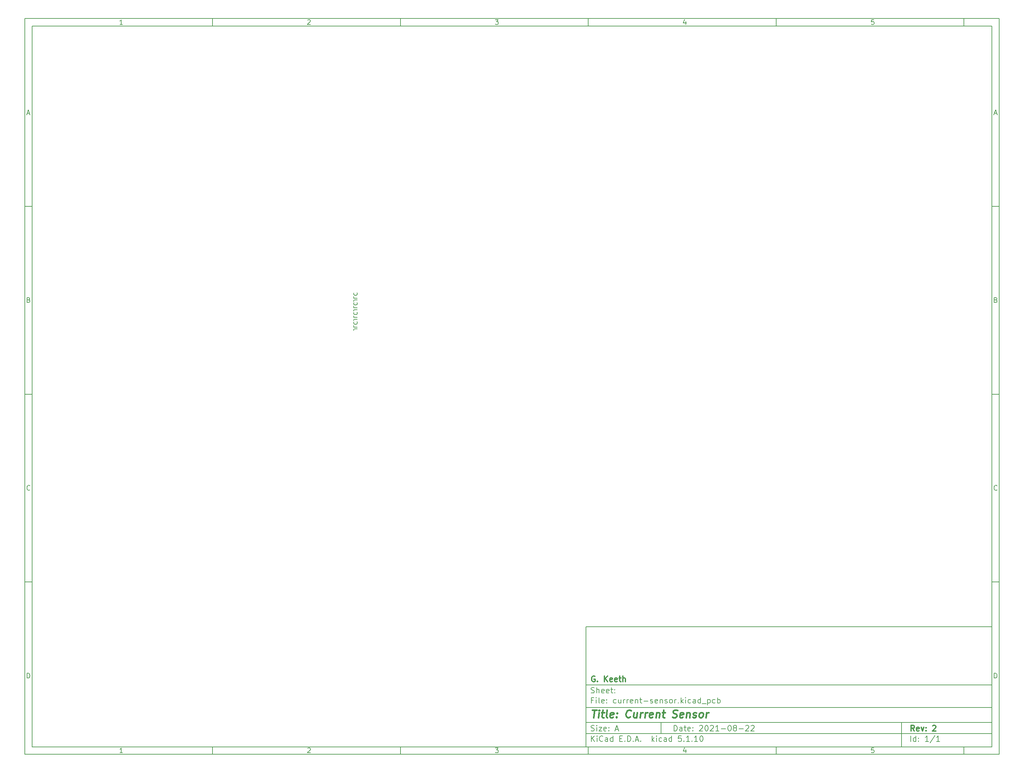
<source format=gbr>
%TF.GenerationSoftware,KiCad,Pcbnew,5.1.10*%
%TF.CreationDate,2021-08-22T21:12:58-04:00*%
%TF.ProjectId,current-sensor,63757272-656e-4742-9d73-656e736f722e,2*%
%TF.SameCoordinates,Original*%
%TF.FileFunction,Legend,Bot*%
%TF.FilePolarity,Positive*%
%FSLAX46Y46*%
G04 Gerber Fmt 4.6, Leading zero omitted, Abs format (unit mm)*
G04 Created by KiCad (PCBNEW 5.1.10) date 2021-08-22 21:12:58*
%MOMM*%
%LPD*%
G01*
G04 APERTURE LIST*
%ADD10C,0.100000*%
%ADD11C,0.150000*%
%ADD12C,0.300000*%
%ADD13C,0.400000*%
G04 APERTURE END LIST*
D10*
D11*
X159400000Y-171900000D02*
X159400000Y-203900000D01*
X267400000Y-203900000D01*
X267400000Y-171900000D01*
X159400000Y-171900000D01*
D10*
D11*
X10000000Y-10000000D02*
X10000000Y-205900000D01*
X269400000Y-205900000D01*
X269400000Y-10000000D01*
X10000000Y-10000000D01*
D10*
D11*
X12000000Y-12000000D02*
X12000000Y-203900000D01*
X267400000Y-203900000D01*
X267400000Y-12000000D01*
X12000000Y-12000000D01*
D10*
D11*
X60000000Y-12000000D02*
X60000000Y-10000000D01*
D10*
D11*
X110000000Y-12000000D02*
X110000000Y-10000000D01*
D10*
D11*
X160000000Y-12000000D02*
X160000000Y-10000000D01*
D10*
D11*
X210000000Y-12000000D02*
X210000000Y-10000000D01*
D10*
D11*
X260000000Y-12000000D02*
X260000000Y-10000000D01*
D10*
D11*
X36065476Y-11588095D02*
X35322619Y-11588095D01*
X35694047Y-11588095D02*
X35694047Y-10288095D01*
X35570238Y-10473809D01*
X35446428Y-10597619D01*
X35322619Y-10659523D01*
D10*
D11*
X85322619Y-10411904D02*
X85384523Y-10350000D01*
X85508333Y-10288095D01*
X85817857Y-10288095D01*
X85941666Y-10350000D01*
X86003571Y-10411904D01*
X86065476Y-10535714D01*
X86065476Y-10659523D01*
X86003571Y-10845238D01*
X85260714Y-11588095D01*
X86065476Y-11588095D01*
D10*
D11*
X135260714Y-10288095D02*
X136065476Y-10288095D01*
X135632142Y-10783333D01*
X135817857Y-10783333D01*
X135941666Y-10845238D01*
X136003571Y-10907142D01*
X136065476Y-11030952D01*
X136065476Y-11340476D01*
X136003571Y-11464285D01*
X135941666Y-11526190D01*
X135817857Y-11588095D01*
X135446428Y-11588095D01*
X135322619Y-11526190D01*
X135260714Y-11464285D01*
D10*
D11*
X185941666Y-10721428D02*
X185941666Y-11588095D01*
X185632142Y-10226190D02*
X185322619Y-11154761D01*
X186127380Y-11154761D01*
D10*
D11*
X236003571Y-10288095D02*
X235384523Y-10288095D01*
X235322619Y-10907142D01*
X235384523Y-10845238D01*
X235508333Y-10783333D01*
X235817857Y-10783333D01*
X235941666Y-10845238D01*
X236003571Y-10907142D01*
X236065476Y-11030952D01*
X236065476Y-11340476D01*
X236003571Y-11464285D01*
X235941666Y-11526190D01*
X235817857Y-11588095D01*
X235508333Y-11588095D01*
X235384523Y-11526190D01*
X235322619Y-11464285D01*
D10*
D11*
X60000000Y-203900000D02*
X60000000Y-205900000D01*
D10*
D11*
X110000000Y-203900000D02*
X110000000Y-205900000D01*
D10*
D11*
X160000000Y-203900000D02*
X160000000Y-205900000D01*
D10*
D11*
X210000000Y-203900000D02*
X210000000Y-205900000D01*
D10*
D11*
X260000000Y-203900000D02*
X260000000Y-205900000D01*
D10*
D11*
X36065476Y-205488095D02*
X35322619Y-205488095D01*
X35694047Y-205488095D02*
X35694047Y-204188095D01*
X35570238Y-204373809D01*
X35446428Y-204497619D01*
X35322619Y-204559523D01*
D10*
D11*
X85322619Y-204311904D02*
X85384523Y-204250000D01*
X85508333Y-204188095D01*
X85817857Y-204188095D01*
X85941666Y-204250000D01*
X86003571Y-204311904D01*
X86065476Y-204435714D01*
X86065476Y-204559523D01*
X86003571Y-204745238D01*
X85260714Y-205488095D01*
X86065476Y-205488095D01*
D10*
D11*
X135260714Y-204188095D02*
X136065476Y-204188095D01*
X135632142Y-204683333D01*
X135817857Y-204683333D01*
X135941666Y-204745238D01*
X136003571Y-204807142D01*
X136065476Y-204930952D01*
X136065476Y-205240476D01*
X136003571Y-205364285D01*
X135941666Y-205426190D01*
X135817857Y-205488095D01*
X135446428Y-205488095D01*
X135322619Y-205426190D01*
X135260714Y-205364285D01*
D10*
D11*
X185941666Y-204621428D02*
X185941666Y-205488095D01*
X185632142Y-204126190D02*
X185322619Y-205054761D01*
X186127380Y-205054761D01*
D10*
D11*
X236003571Y-204188095D02*
X235384523Y-204188095D01*
X235322619Y-204807142D01*
X235384523Y-204745238D01*
X235508333Y-204683333D01*
X235817857Y-204683333D01*
X235941666Y-204745238D01*
X236003571Y-204807142D01*
X236065476Y-204930952D01*
X236065476Y-205240476D01*
X236003571Y-205364285D01*
X235941666Y-205426190D01*
X235817857Y-205488095D01*
X235508333Y-205488095D01*
X235384523Y-205426190D01*
X235322619Y-205364285D01*
D10*
D11*
X10000000Y-60000000D02*
X12000000Y-60000000D01*
D10*
D11*
X10000000Y-110000000D02*
X12000000Y-110000000D01*
D10*
D11*
X10000000Y-160000000D02*
X12000000Y-160000000D01*
D10*
D11*
X10690476Y-35216666D02*
X11309523Y-35216666D01*
X10566666Y-35588095D02*
X11000000Y-34288095D01*
X11433333Y-35588095D01*
D10*
D11*
X11092857Y-84907142D02*
X11278571Y-84969047D01*
X11340476Y-85030952D01*
X11402380Y-85154761D01*
X11402380Y-85340476D01*
X11340476Y-85464285D01*
X11278571Y-85526190D01*
X11154761Y-85588095D01*
X10659523Y-85588095D01*
X10659523Y-84288095D01*
X11092857Y-84288095D01*
X11216666Y-84350000D01*
X11278571Y-84411904D01*
X11340476Y-84535714D01*
X11340476Y-84659523D01*
X11278571Y-84783333D01*
X11216666Y-84845238D01*
X11092857Y-84907142D01*
X10659523Y-84907142D01*
D10*
D11*
X11402380Y-135464285D02*
X11340476Y-135526190D01*
X11154761Y-135588095D01*
X11030952Y-135588095D01*
X10845238Y-135526190D01*
X10721428Y-135402380D01*
X10659523Y-135278571D01*
X10597619Y-135030952D01*
X10597619Y-134845238D01*
X10659523Y-134597619D01*
X10721428Y-134473809D01*
X10845238Y-134350000D01*
X11030952Y-134288095D01*
X11154761Y-134288095D01*
X11340476Y-134350000D01*
X11402380Y-134411904D01*
D10*
D11*
X10659523Y-185588095D02*
X10659523Y-184288095D01*
X10969047Y-184288095D01*
X11154761Y-184350000D01*
X11278571Y-184473809D01*
X11340476Y-184597619D01*
X11402380Y-184845238D01*
X11402380Y-185030952D01*
X11340476Y-185278571D01*
X11278571Y-185402380D01*
X11154761Y-185526190D01*
X10969047Y-185588095D01*
X10659523Y-185588095D01*
D10*
D11*
X269400000Y-60000000D02*
X267400000Y-60000000D01*
D10*
D11*
X269400000Y-110000000D02*
X267400000Y-110000000D01*
D10*
D11*
X269400000Y-160000000D02*
X267400000Y-160000000D01*
D10*
D11*
X268090476Y-35216666D02*
X268709523Y-35216666D01*
X267966666Y-35588095D02*
X268400000Y-34288095D01*
X268833333Y-35588095D01*
D10*
D11*
X268492857Y-84907142D02*
X268678571Y-84969047D01*
X268740476Y-85030952D01*
X268802380Y-85154761D01*
X268802380Y-85340476D01*
X268740476Y-85464285D01*
X268678571Y-85526190D01*
X268554761Y-85588095D01*
X268059523Y-85588095D01*
X268059523Y-84288095D01*
X268492857Y-84288095D01*
X268616666Y-84350000D01*
X268678571Y-84411904D01*
X268740476Y-84535714D01*
X268740476Y-84659523D01*
X268678571Y-84783333D01*
X268616666Y-84845238D01*
X268492857Y-84907142D01*
X268059523Y-84907142D01*
D10*
D11*
X268802380Y-135464285D02*
X268740476Y-135526190D01*
X268554761Y-135588095D01*
X268430952Y-135588095D01*
X268245238Y-135526190D01*
X268121428Y-135402380D01*
X268059523Y-135278571D01*
X267997619Y-135030952D01*
X267997619Y-134845238D01*
X268059523Y-134597619D01*
X268121428Y-134473809D01*
X268245238Y-134350000D01*
X268430952Y-134288095D01*
X268554761Y-134288095D01*
X268740476Y-134350000D01*
X268802380Y-134411904D01*
D10*
D11*
X268059523Y-185588095D02*
X268059523Y-184288095D01*
X268369047Y-184288095D01*
X268554761Y-184350000D01*
X268678571Y-184473809D01*
X268740476Y-184597619D01*
X268802380Y-184845238D01*
X268802380Y-185030952D01*
X268740476Y-185278571D01*
X268678571Y-185402380D01*
X268554761Y-185526190D01*
X268369047Y-185588095D01*
X268059523Y-185588095D01*
D10*
D11*
X182832142Y-199678571D02*
X182832142Y-198178571D01*
X183189285Y-198178571D01*
X183403571Y-198250000D01*
X183546428Y-198392857D01*
X183617857Y-198535714D01*
X183689285Y-198821428D01*
X183689285Y-199035714D01*
X183617857Y-199321428D01*
X183546428Y-199464285D01*
X183403571Y-199607142D01*
X183189285Y-199678571D01*
X182832142Y-199678571D01*
X184975000Y-199678571D02*
X184975000Y-198892857D01*
X184903571Y-198750000D01*
X184760714Y-198678571D01*
X184475000Y-198678571D01*
X184332142Y-198750000D01*
X184975000Y-199607142D02*
X184832142Y-199678571D01*
X184475000Y-199678571D01*
X184332142Y-199607142D01*
X184260714Y-199464285D01*
X184260714Y-199321428D01*
X184332142Y-199178571D01*
X184475000Y-199107142D01*
X184832142Y-199107142D01*
X184975000Y-199035714D01*
X185475000Y-198678571D02*
X186046428Y-198678571D01*
X185689285Y-198178571D02*
X185689285Y-199464285D01*
X185760714Y-199607142D01*
X185903571Y-199678571D01*
X186046428Y-199678571D01*
X187117857Y-199607142D02*
X186975000Y-199678571D01*
X186689285Y-199678571D01*
X186546428Y-199607142D01*
X186475000Y-199464285D01*
X186475000Y-198892857D01*
X186546428Y-198750000D01*
X186689285Y-198678571D01*
X186975000Y-198678571D01*
X187117857Y-198750000D01*
X187189285Y-198892857D01*
X187189285Y-199035714D01*
X186475000Y-199178571D01*
X187832142Y-199535714D02*
X187903571Y-199607142D01*
X187832142Y-199678571D01*
X187760714Y-199607142D01*
X187832142Y-199535714D01*
X187832142Y-199678571D01*
X187832142Y-198750000D02*
X187903571Y-198821428D01*
X187832142Y-198892857D01*
X187760714Y-198821428D01*
X187832142Y-198750000D01*
X187832142Y-198892857D01*
X189617857Y-198321428D02*
X189689285Y-198250000D01*
X189832142Y-198178571D01*
X190189285Y-198178571D01*
X190332142Y-198250000D01*
X190403571Y-198321428D01*
X190475000Y-198464285D01*
X190475000Y-198607142D01*
X190403571Y-198821428D01*
X189546428Y-199678571D01*
X190475000Y-199678571D01*
X191403571Y-198178571D02*
X191546428Y-198178571D01*
X191689285Y-198250000D01*
X191760714Y-198321428D01*
X191832142Y-198464285D01*
X191903571Y-198750000D01*
X191903571Y-199107142D01*
X191832142Y-199392857D01*
X191760714Y-199535714D01*
X191689285Y-199607142D01*
X191546428Y-199678571D01*
X191403571Y-199678571D01*
X191260714Y-199607142D01*
X191189285Y-199535714D01*
X191117857Y-199392857D01*
X191046428Y-199107142D01*
X191046428Y-198750000D01*
X191117857Y-198464285D01*
X191189285Y-198321428D01*
X191260714Y-198250000D01*
X191403571Y-198178571D01*
X192475000Y-198321428D02*
X192546428Y-198250000D01*
X192689285Y-198178571D01*
X193046428Y-198178571D01*
X193189285Y-198250000D01*
X193260714Y-198321428D01*
X193332142Y-198464285D01*
X193332142Y-198607142D01*
X193260714Y-198821428D01*
X192403571Y-199678571D01*
X193332142Y-199678571D01*
X194760714Y-199678571D02*
X193903571Y-199678571D01*
X194332142Y-199678571D02*
X194332142Y-198178571D01*
X194189285Y-198392857D01*
X194046428Y-198535714D01*
X193903571Y-198607142D01*
X195403571Y-199107142D02*
X196546428Y-199107142D01*
X197546428Y-198178571D02*
X197689285Y-198178571D01*
X197832142Y-198250000D01*
X197903571Y-198321428D01*
X197975000Y-198464285D01*
X198046428Y-198750000D01*
X198046428Y-199107142D01*
X197975000Y-199392857D01*
X197903571Y-199535714D01*
X197832142Y-199607142D01*
X197689285Y-199678571D01*
X197546428Y-199678571D01*
X197403571Y-199607142D01*
X197332142Y-199535714D01*
X197260714Y-199392857D01*
X197189285Y-199107142D01*
X197189285Y-198750000D01*
X197260714Y-198464285D01*
X197332142Y-198321428D01*
X197403571Y-198250000D01*
X197546428Y-198178571D01*
X198903571Y-198821428D02*
X198760714Y-198750000D01*
X198689285Y-198678571D01*
X198617857Y-198535714D01*
X198617857Y-198464285D01*
X198689285Y-198321428D01*
X198760714Y-198250000D01*
X198903571Y-198178571D01*
X199189285Y-198178571D01*
X199332142Y-198250000D01*
X199403571Y-198321428D01*
X199475000Y-198464285D01*
X199475000Y-198535714D01*
X199403571Y-198678571D01*
X199332142Y-198750000D01*
X199189285Y-198821428D01*
X198903571Y-198821428D01*
X198760714Y-198892857D01*
X198689285Y-198964285D01*
X198617857Y-199107142D01*
X198617857Y-199392857D01*
X198689285Y-199535714D01*
X198760714Y-199607142D01*
X198903571Y-199678571D01*
X199189285Y-199678571D01*
X199332142Y-199607142D01*
X199403571Y-199535714D01*
X199475000Y-199392857D01*
X199475000Y-199107142D01*
X199403571Y-198964285D01*
X199332142Y-198892857D01*
X199189285Y-198821428D01*
X200117857Y-199107142D02*
X201260714Y-199107142D01*
X201903571Y-198321428D02*
X201975000Y-198250000D01*
X202117857Y-198178571D01*
X202475000Y-198178571D01*
X202617857Y-198250000D01*
X202689285Y-198321428D01*
X202760714Y-198464285D01*
X202760714Y-198607142D01*
X202689285Y-198821428D01*
X201832142Y-199678571D01*
X202760714Y-199678571D01*
X203332142Y-198321428D02*
X203403571Y-198250000D01*
X203546428Y-198178571D01*
X203903571Y-198178571D01*
X204046428Y-198250000D01*
X204117857Y-198321428D01*
X204189285Y-198464285D01*
X204189285Y-198607142D01*
X204117857Y-198821428D01*
X203260714Y-199678571D01*
X204189285Y-199678571D01*
D10*
D11*
X159400000Y-200400000D02*
X267400000Y-200400000D01*
D10*
D11*
X160832142Y-202478571D02*
X160832142Y-200978571D01*
X161689285Y-202478571D02*
X161046428Y-201621428D01*
X161689285Y-200978571D02*
X160832142Y-201835714D01*
X162332142Y-202478571D02*
X162332142Y-201478571D01*
X162332142Y-200978571D02*
X162260714Y-201050000D01*
X162332142Y-201121428D01*
X162403571Y-201050000D01*
X162332142Y-200978571D01*
X162332142Y-201121428D01*
X163903571Y-202335714D02*
X163832142Y-202407142D01*
X163617857Y-202478571D01*
X163475000Y-202478571D01*
X163260714Y-202407142D01*
X163117857Y-202264285D01*
X163046428Y-202121428D01*
X162975000Y-201835714D01*
X162975000Y-201621428D01*
X163046428Y-201335714D01*
X163117857Y-201192857D01*
X163260714Y-201050000D01*
X163475000Y-200978571D01*
X163617857Y-200978571D01*
X163832142Y-201050000D01*
X163903571Y-201121428D01*
X165189285Y-202478571D02*
X165189285Y-201692857D01*
X165117857Y-201550000D01*
X164975000Y-201478571D01*
X164689285Y-201478571D01*
X164546428Y-201550000D01*
X165189285Y-202407142D02*
X165046428Y-202478571D01*
X164689285Y-202478571D01*
X164546428Y-202407142D01*
X164475000Y-202264285D01*
X164475000Y-202121428D01*
X164546428Y-201978571D01*
X164689285Y-201907142D01*
X165046428Y-201907142D01*
X165189285Y-201835714D01*
X166546428Y-202478571D02*
X166546428Y-200978571D01*
X166546428Y-202407142D02*
X166403571Y-202478571D01*
X166117857Y-202478571D01*
X165975000Y-202407142D01*
X165903571Y-202335714D01*
X165832142Y-202192857D01*
X165832142Y-201764285D01*
X165903571Y-201621428D01*
X165975000Y-201550000D01*
X166117857Y-201478571D01*
X166403571Y-201478571D01*
X166546428Y-201550000D01*
X168403571Y-201692857D02*
X168903571Y-201692857D01*
X169117857Y-202478571D02*
X168403571Y-202478571D01*
X168403571Y-200978571D01*
X169117857Y-200978571D01*
X169760714Y-202335714D02*
X169832142Y-202407142D01*
X169760714Y-202478571D01*
X169689285Y-202407142D01*
X169760714Y-202335714D01*
X169760714Y-202478571D01*
X170475000Y-202478571D02*
X170475000Y-200978571D01*
X170832142Y-200978571D01*
X171046428Y-201050000D01*
X171189285Y-201192857D01*
X171260714Y-201335714D01*
X171332142Y-201621428D01*
X171332142Y-201835714D01*
X171260714Y-202121428D01*
X171189285Y-202264285D01*
X171046428Y-202407142D01*
X170832142Y-202478571D01*
X170475000Y-202478571D01*
X171975000Y-202335714D02*
X172046428Y-202407142D01*
X171975000Y-202478571D01*
X171903571Y-202407142D01*
X171975000Y-202335714D01*
X171975000Y-202478571D01*
X172617857Y-202050000D02*
X173332142Y-202050000D01*
X172475000Y-202478571D02*
X172975000Y-200978571D01*
X173475000Y-202478571D01*
X173975000Y-202335714D02*
X174046428Y-202407142D01*
X173975000Y-202478571D01*
X173903571Y-202407142D01*
X173975000Y-202335714D01*
X173975000Y-202478571D01*
X176975000Y-202478571D02*
X176975000Y-200978571D01*
X177117857Y-201907142D02*
X177546428Y-202478571D01*
X177546428Y-201478571D02*
X176975000Y-202050000D01*
X178189285Y-202478571D02*
X178189285Y-201478571D01*
X178189285Y-200978571D02*
X178117857Y-201050000D01*
X178189285Y-201121428D01*
X178260714Y-201050000D01*
X178189285Y-200978571D01*
X178189285Y-201121428D01*
X179546428Y-202407142D02*
X179403571Y-202478571D01*
X179117857Y-202478571D01*
X178975000Y-202407142D01*
X178903571Y-202335714D01*
X178832142Y-202192857D01*
X178832142Y-201764285D01*
X178903571Y-201621428D01*
X178975000Y-201550000D01*
X179117857Y-201478571D01*
X179403571Y-201478571D01*
X179546428Y-201550000D01*
X180832142Y-202478571D02*
X180832142Y-201692857D01*
X180760714Y-201550000D01*
X180617857Y-201478571D01*
X180332142Y-201478571D01*
X180189285Y-201550000D01*
X180832142Y-202407142D02*
X180689285Y-202478571D01*
X180332142Y-202478571D01*
X180189285Y-202407142D01*
X180117857Y-202264285D01*
X180117857Y-202121428D01*
X180189285Y-201978571D01*
X180332142Y-201907142D01*
X180689285Y-201907142D01*
X180832142Y-201835714D01*
X182189285Y-202478571D02*
X182189285Y-200978571D01*
X182189285Y-202407142D02*
X182046428Y-202478571D01*
X181760714Y-202478571D01*
X181617857Y-202407142D01*
X181546428Y-202335714D01*
X181475000Y-202192857D01*
X181475000Y-201764285D01*
X181546428Y-201621428D01*
X181617857Y-201550000D01*
X181760714Y-201478571D01*
X182046428Y-201478571D01*
X182189285Y-201550000D01*
X184760714Y-200978571D02*
X184046428Y-200978571D01*
X183975000Y-201692857D01*
X184046428Y-201621428D01*
X184189285Y-201550000D01*
X184546428Y-201550000D01*
X184689285Y-201621428D01*
X184760714Y-201692857D01*
X184832142Y-201835714D01*
X184832142Y-202192857D01*
X184760714Y-202335714D01*
X184689285Y-202407142D01*
X184546428Y-202478571D01*
X184189285Y-202478571D01*
X184046428Y-202407142D01*
X183975000Y-202335714D01*
X185475000Y-202335714D02*
X185546428Y-202407142D01*
X185475000Y-202478571D01*
X185403571Y-202407142D01*
X185475000Y-202335714D01*
X185475000Y-202478571D01*
X186975000Y-202478571D02*
X186117857Y-202478571D01*
X186546428Y-202478571D02*
X186546428Y-200978571D01*
X186403571Y-201192857D01*
X186260714Y-201335714D01*
X186117857Y-201407142D01*
X187617857Y-202335714D02*
X187689285Y-202407142D01*
X187617857Y-202478571D01*
X187546428Y-202407142D01*
X187617857Y-202335714D01*
X187617857Y-202478571D01*
X189117857Y-202478571D02*
X188260714Y-202478571D01*
X188689285Y-202478571D02*
X188689285Y-200978571D01*
X188546428Y-201192857D01*
X188403571Y-201335714D01*
X188260714Y-201407142D01*
X190046428Y-200978571D02*
X190189285Y-200978571D01*
X190332142Y-201050000D01*
X190403571Y-201121428D01*
X190475000Y-201264285D01*
X190546428Y-201550000D01*
X190546428Y-201907142D01*
X190475000Y-202192857D01*
X190403571Y-202335714D01*
X190332142Y-202407142D01*
X190189285Y-202478571D01*
X190046428Y-202478571D01*
X189903571Y-202407142D01*
X189832142Y-202335714D01*
X189760714Y-202192857D01*
X189689285Y-201907142D01*
X189689285Y-201550000D01*
X189760714Y-201264285D01*
X189832142Y-201121428D01*
X189903571Y-201050000D01*
X190046428Y-200978571D01*
D10*
D11*
X159400000Y-197400000D02*
X267400000Y-197400000D01*
D10*
D12*
X246809285Y-199678571D02*
X246309285Y-198964285D01*
X245952142Y-199678571D02*
X245952142Y-198178571D01*
X246523571Y-198178571D01*
X246666428Y-198250000D01*
X246737857Y-198321428D01*
X246809285Y-198464285D01*
X246809285Y-198678571D01*
X246737857Y-198821428D01*
X246666428Y-198892857D01*
X246523571Y-198964285D01*
X245952142Y-198964285D01*
X248023571Y-199607142D02*
X247880714Y-199678571D01*
X247595000Y-199678571D01*
X247452142Y-199607142D01*
X247380714Y-199464285D01*
X247380714Y-198892857D01*
X247452142Y-198750000D01*
X247595000Y-198678571D01*
X247880714Y-198678571D01*
X248023571Y-198750000D01*
X248095000Y-198892857D01*
X248095000Y-199035714D01*
X247380714Y-199178571D01*
X248595000Y-198678571D02*
X248952142Y-199678571D01*
X249309285Y-198678571D01*
X249880714Y-199535714D02*
X249952142Y-199607142D01*
X249880714Y-199678571D01*
X249809285Y-199607142D01*
X249880714Y-199535714D01*
X249880714Y-199678571D01*
X249880714Y-198750000D02*
X249952142Y-198821428D01*
X249880714Y-198892857D01*
X249809285Y-198821428D01*
X249880714Y-198750000D01*
X249880714Y-198892857D01*
X251666428Y-198321428D02*
X251737857Y-198250000D01*
X251880714Y-198178571D01*
X252237857Y-198178571D01*
X252380714Y-198250000D01*
X252452142Y-198321428D01*
X252523571Y-198464285D01*
X252523571Y-198607142D01*
X252452142Y-198821428D01*
X251595000Y-199678571D01*
X252523571Y-199678571D01*
D10*
D11*
X160760714Y-199607142D02*
X160975000Y-199678571D01*
X161332142Y-199678571D01*
X161475000Y-199607142D01*
X161546428Y-199535714D01*
X161617857Y-199392857D01*
X161617857Y-199250000D01*
X161546428Y-199107142D01*
X161475000Y-199035714D01*
X161332142Y-198964285D01*
X161046428Y-198892857D01*
X160903571Y-198821428D01*
X160832142Y-198750000D01*
X160760714Y-198607142D01*
X160760714Y-198464285D01*
X160832142Y-198321428D01*
X160903571Y-198250000D01*
X161046428Y-198178571D01*
X161403571Y-198178571D01*
X161617857Y-198250000D01*
X162260714Y-199678571D02*
X162260714Y-198678571D01*
X162260714Y-198178571D02*
X162189285Y-198250000D01*
X162260714Y-198321428D01*
X162332142Y-198250000D01*
X162260714Y-198178571D01*
X162260714Y-198321428D01*
X162832142Y-198678571D02*
X163617857Y-198678571D01*
X162832142Y-199678571D01*
X163617857Y-199678571D01*
X164760714Y-199607142D02*
X164617857Y-199678571D01*
X164332142Y-199678571D01*
X164189285Y-199607142D01*
X164117857Y-199464285D01*
X164117857Y-198892857D01*
X164189285Y-198750000D01*
X164332142Y-198678571D01*
X164617857Y-198678571D01*
X164760714Y-198750000D01*
X164832142Y-198892857D01*
X164832142Y-199035714D01*
X164117857Y-199178571D01*
X165475000Y-199535714D02*
X165546428Y-199607142D01*
X165475000Y-199678571D01*
X165403571Y-199607142D01*
X165475000Y-199535714D01*
X165475000Y-199678571D01*
X165475000Y-198750000D02*
X165546428Y-198821428D01*
X165475000Y-198892857D01*
X165403571Y-198821428D01*
X165475000Y-198750000D01*
X165475000Y-198892857D01*
X167260714Y-199250000D02*
X167975000Y-199250000D01*
X167117857Y-199678571D02*
X167617857Y-198178571D01*
X168117857Y-199678571D01*
D10*
D11*
X245832142Y-202478571D02*
X245832142Y-200978571D01*
X247189285Y-202478571D02*
X247189285Y-200978571D01*
X247189285Y-202407142D02*
X247046428Y-202478571D01*
X246760714Y-202478571D01*
X246617857Y-202407142D01*
X246546428Y-202335714D01*
X246475000Y-202192857D01*
X246475000Y-201764285D01*
X246546428Y-201621428D01*
X246617857Y-201550000D01*
X246760714Y-201478571D01*
X247046428Y-201478571D01*
X247189285Y-201550000D01*
X247903571Y-202335714D02*
X247975000Y-202407142D01*
X247903571Y-202478571D01*
X247832142Y-202407142D01*
X247903571Y-202335714D01*
X247903571Y-202478571D01*
X247903571Y-201550000D02*
X247975000Y-201621428D01*
X247903571Y-201692857D01*
X247832142Y-201621428D01*
X247903571Y-201550000D01*
X247903571Y-201692857D01*
X250546428Y-202478571D02*
X249689285Y-202478571D01*
X250117857Y-202478571D02*
X250117857Y-200978571D01*
X249975000Y-201192857D01*
X249832142Y-201335714D01*
X249689285Y-201407142D01*
X252260714Y-200907142D02*
X250975000Y-202835714D01*
X253546428Y-202478571D02*
X252689285Y-202478571D01*
X253117857Y-202478571D02*
X253117857Y-200978571D01*
X252975000Y-201192857D01*
X252832142Y-201335714D01*
X252689285Y-201407142D01*
D10*
D11*
X159400000Y-193400000D02*
X267400000Y-193400000D01*
D10*
D13*
X161112380Y-194104761D02*
X162255238Y-194104761D01*
X161433809Y-196104761D02*
X161683809Y-194104761D01*
X162671904Y-196104761D02*
X162838571Y-194771428D01*
X162921904Y-194104761D02*
X162814761Y-194200000D01*
X162898095Y-194295238D01*
X163005238Y-194200000D01*
X162921904Y-194104761D01*
X162898095Y-194295238D01*
X163505238Y-194771428D02*
X164267142Y-194771428D01*
X163874285Y-194104761D02*
X163660000Y-195819047D01*
X163731428Y-196009523D01*
X163910000Y-196104761D01*
X164100476Y-196104761D01*
X165052857Y-196104761D02*
X164874285Y-196009523D01*
X164802857Y-195819047D01*
X165017142Y-194104761D01*
X166588571Y-196009523D02*
X166386190Y-196104761D01*
X166005238Y-196104761D01*
X165826666Y-196009523D01*
X165755238Y-195819047D01*
X165850476Y-195057142D01*
X165969523Y-194866666D01*
X166171904Y-194771428D01*
X166552857Y-194771428D01*
X166731428Y-194866666D01*
X166802857Y-195057142D01*
X166779047Y-195247619D01*
X165802857Y-195438095D01*
X167552857Y-195914285D02*
X167636190Y-196009523D01*
X167529047Y-196104761D01*
X167445714Y-196009523D01*
X167552857Y-195914285D01*
X167529047Y-196104761D01*
X167683809Y-194866666D02*
X167767142Y-194961904D01*
X167660000Y-195057142D01*
X167576666Y-194961904D01*
X167683809Y-194866666D01*
X167660000Y-195057142D01*
X171171904Y-195914285D02*
X171064761Y-196009523D01*
X170767142Y-196104761D01*
X170576666Y-196104761D01*
X170302857Y-196009523D01*
X170136190Y-195819047D01*
X170064761Y-195628571D01*
X170017142Y-195247619D01*
X170052857Y-194961904D01*
X170195714Y-194580952D01*
X170314761Y-194390476D01*
X170529047Y-194200000D01*
X170826666Y-194104761D01*
X171017142Y-194104761D01*
X171290952Y-194200000D01*
X171374285Y-194295238D01*
X173029047Y-194771428D02*
X172862380Y-196104761D01*
X172171904Y-194771428D02*
X172040952Y-195819047D01*
X172112380Y-196009523D01*
X172290952Y-196104761D01*
X172576666Y-196104761D01*
X172779047Y-196009523D01*
X172886190Y-195914285D01*
X173814761Y-196104761D02*
X173981428Y-194771428D01*
X173933809Y-195152380D02*
X174052857Y-194961904D01*
X174160000Y-194866666D01*
X174362380Y-194771428D01*
X174552857Y-194771428D01*
X175052857Y-196104761D02*
X175219523Y-194771428D01*
X175171904Y-195152380D02*
X175290952Y-194961904D01*
X175398095Y-194866666D01*
X175600476Y-194771428D01*
X175790952Y-194771428D01*
X177064761Y-196009523D02*
X176862380Y-196104761D01*
X176481428Y-196104761D01*
X176302857Y-196009523D01*
X176231428Y-195819047D01*
X176326666Y-195057142D01*
X176445714Y-194866666D01*
X176648095Y-194771428D01*
X177029047Y-194771428D01*
X177207619Y-194866666D01*
X177279047Y-195057142D01*
X177255238Y-195247619D01*
X176279047Y-195438095D01*
X178171904Y-194771428D02*
X178005238Y-196104761D01*
X178148095Y-194961904D02*
X178255238Y-194866666D01*
X178457619Y-194771428D01*
X178743333Y-194771428D01*
X178921904Y-194866666D01*
X178993333Y-195057142D01*
X178862380Y-196104761D01*
X179695714Y-194771428D02*
X180457619Y-194771428D01*
X180064761Y-194104761D02*
X179850476Y-195819047D01*
X179921904Y-196009523D01*
X180100476Y-196104761D01*
X180290952Y-196104761D01*
X182398095Y-196009523D02*
X182671904Y-196104761D01*
X183148095Y-196104761D01*
X183350476Y-196009523D01*
X183457619Y-195914285D01*
X183576666Y-195723809D01*
X183600476Y-195533333D01*
X183529047Y-195342857D01*
X183445714Y-195247619D01*
X183267142Y-195152380D01*
X182898095Y-195057142D01*
X182719523Y-194961904D01*
X182636190Y-194866666D01*
X182564761Y-194676190D01*
X182588571Y-194485714D01*
X182707619Y-194295238D01*
X182814761Y-194200000D01*
X183017142Y-194104761D01*
X183493333Y-194104761D01*
X183767142Y-194200000D01*
X185160000Y-196009523D02*
X184957619Y-196104761D01*
X184576666Y-196104761D01*
X184398095Y-196009523D01*
X184326666Y-195819047D01*
X184421904Y-195057142D01*
X184540952Y-194866666D01*
X184743333Y-194771428D01*
X185124285Y-194771428D01*
X185302857Y-194866666D01*
X185374285Y-195057142D01*
X185350476Y-195247619D01*
X184374285Y-195438095D01*
X186267142Y-194771428D02*
X186100476Y-196104761D01*
X186243333Y-194961904D02*
X186350476Y-194866666D01*
X186552857Y-194771428D01*
X186838571Y-194771428D01*
X187017142Y-194866666D01*
X187088571Y-195057142D01*
X186957619Y-196104761D01*
X187826666Y-196009523D02*
X188005238Y-196104761D01*
X188386190Y-196104761D01*
X188588571Y-196009523D01*
X188707619Y-195819047D01*
X188719523Y-195723809D01*
X188648095Y-195533333D01*
X188469523Y-195438095D01*
X188183809Y-195438095D01*
X188005238Y-195342857D01*
X187933809Y-195152380D01*
X187945714Y-195057142D01*
X188064761Y-194866666D01*
X188267142Y-194771428D01*
X188552857Y-194771428D01*
X188731428Y-194866666D01*
X189814761Y-196104761D02*
X189636190Y-196009523D01*
X189552857Y-195914285D01*
X189481428Y-195723809D01*
X189552857Y-195152380D01*
X189671904Y-194961904D01*
X189779047Y-194866666D01*
X189981428Y-194771428D01*
X190267142Y-194771428D01*
X190445714Y-194866666D01*
X190529047Y-194961904D01*
X190600476Y-195152380D01*
X190529047Y-195723809D01*
X190410000Y-195914285D01*
X190302857Y-196009523D01*
X190100476Y-196104761D01*
X189814761Y-196104761D01*
X191338571Y-196104761D02*
X191505238Y-194771428D01*
X191457619Y-195152380D02*
X191576666Y-194961904D01*
X191683809Y-194866666D01*
X191886190Y-194771428D01*
X192076666Y-194771428D01*
D10*
D11*
X161332142Y-191492857D02*
X160832142Y-191492857D01*
X160832142Y-192278571D02*
X160832142Y-190778571D01*
X161546428Y-190778571D01*
X162117857Y-192278571D02*
X162117857Y-191278571D01*
X162117857Y-190778571D02*
X162046428Y-190850000D01*
X162117857Y-190921428D01*
X162189285Y-190850000D01*
X162117857Y-190778571D01*
X162117857Y-190921428D01*
X163046428Y-192278571D02*
X162903571Y-192207142D01*
X162832142Y-192064285D01*
X162832142Y-190778571D01*
X164189285Y-192207142D02*
X164046428Y-192278571D01*
X163760714Y-192278571D01*
X163617857Y-192207142D01*
X163546428Y-192064285D01*
X163546428Y-191492857D01*
X163617857Y-191350000D01*
X163760714Y-191278571D01*
X164046428Y-191278571D01*
X164189285Y-191350000D01*
X164260714Y-191492857D01*
X164260714Y-191635714D01*
X163546428Y-191778571D01*
X164903571Y-192135714D02*
X164975000Y-192207142D01*
X164903571Y-192278571D01*
X164832142Y-192207142D01*
X164903571Y-192135714D01*
X164903571Y-192278571D01*
X164903571Y-191350000D02*
X164975000Y-191421428D01*
X164903571Y-191492857D01*
X164832142Y-191421428D01*
X164903571Y-191350000D01*
X164903571Y-191492857D01*
X167403571Y-192207142D02*
X167260714Y-192278571D01*
X166975000Y-192278571D01*
X166832142Y-192207142D01*
X166760714Y-192135714D01*
X166689285Y-191992857D01*
X166689285Y-191564285D01*
X166760714Y-191421428D01*
X166832142Y-191350000D01*
X166975000Y-191278571D01*
X167260714Y-191278571D01*
X167403571Y-191350000D01*
X168689285Y-191278571D02*
X168689285Y-192278571D01*
X168046428Y-191278571D02*
X168046428Y-192064285D01*
X168117857Y-192207142D01*
X168260714Y-192278571D01*
X168475000Y-192278571D01*
X168617857Y-192207142D01*
X168689285Y-192135714D01*
X169403571Y-192278571D02*
X169403571Y-191278571D01*
X169403571Y-191564285D02*
X169475000Y-191421428D01*
X169546428Y-191350000D01*
X169689285Y-191278571D01*
X169832142Y-191278571D01*
X170332142Y-192278571D02*
X170332142Y-191278571D01*
X170332142Y-191564285D02*
X170403571Y-191421428D01*
X170475000Y-191350000D01*
X170617857Y-191278571D01*
X170760714Y-191278571D01*
X171832142Y-192207142D02*
X171689285Y-192278571D01*
X171403571Y-192278571D01*
X171260714Y-192207142D01*
X171189285Y-192064285D01*
X171189285Y-191492857D01*
X171260714Y-191350000D01*
X171403571Y-191278571D01*
X171689285Y-191278571D01*
X171832142Y-191350000D01*
X171903571Y-191492857D01*
X171903571Y-191635714D01*
X171189285Y-191778571D01*
X172546428Y-191278571D02*
X172546428Y-192278571D01*
X172546428Y-191421428D02*
X172617857Y-191350000D01*
X172760714Y-191278571D01*
X172975000Y-191278571D01*
X173117857Y-191350000D01*
X173189285Y-191492857D01*
X173189285Y-192278571D01*
X173689285Y-191278571D02*
X174260714Y-191278571D01*
X173903571Y-190778571D02*
X173903571Y-192064285D01*
X173975000Y-192207142D01*
X174117857Y-192278571D01*
X174260714Y-192278571D01*
X174760714Y-191707142D02*
X175903571Y-191707142D01*
X176546428Y-192207142D02*
X176689285Y-192278571D01*
X176975000Y-192278571D01*
X177117857Y-192207142D01*
X177189285Y-192064285D01*
X177189285Y-191992857D01*
X177117857Y-191850000D01*
X176975000Y-191778571D01*
X176760714Y-191778571D01*
X176617857Y-191707142D01*
X176546428Y-191564285D01*
X176546428Y-191492857D01*
X176617857Y-191350000D01*
X176760714Y-191278571D01*
X176975000Y-191278571D01*
X177117857Y-191350000D01*
X178403571Y-192207142D02*
X178260714Y-192278571D01*
X177975000Y-192278571D01*
X177832142Y-192207142D01*
X177760714Y-192064285D01*
X177760714Y-191492857D01*
X177832142Y-191350000D01*
X177975000Y-191278571D01*
X178260714Y-191278571D01*
X178403571Y-191350000D01*
X178475000Y-191492857D01*
X178475000Y-191635714D01*
X177760714Y-191778571D01*
X179117857Y-191278571D02*
X179117857Y-192278571D01*
X179117857Y-191421428D02*
X179189285Y-191350000D01*
X179332142Y-191278571D01*
X179546428Y-191278571D01*
X179689285Y-191350000D01*
X179760714Y-191492857D01*
X179760714Y-192278571D01*
X180403571Y-192207142D02*
X180546428Y-192278571D01*
X180832142Y-192278571D01*
X180975000Y-192207142D01*
X181046428Y-192064285D01*
X181046428Y-191992857D01*
X180975000Y-191850000D01*
X180832142Y-191778571D01*
X180617857Y-191778571D01*
X180475000Y-191707142D01*
X180403571Y-191564285D01*
X180403571Y-191492857D01*
X180475000Y-191350000D01*
X180617857Y-191278571D01*
X180832142Y-191278571D01*
X180975000Y-191350000D01*
X181903571Y-192278571D02*
X181760714Y-192207142D01*
X181689285Y-192135714D01*
X181617857Y-191992857D01*
X181617857Y-191564285D01*
X181689285Y-191421428D01*
X181760714Y-191350000D01*
X181903571Y-191278571D01*
X182117857Y-191278571D01*
X182260714Y-191350000D01*
X182332142Y-191421428D01*
X182403571Y-191564285D01*
X182403571Y-191992857D01*
X182332142Y-192135714D01*
X182260714Y-192207142D01*
X182117857Y-192278571D01*
X181903571Y-192278571D01*
X183046428Y-192278571D02*
X183046428Y-191278571D01*
X183046428Y-191564285D02*
X183117857Y-191421428D01*
X183189285Y-191350000D01*
X183332142Y-191278571D01*
X183475000Y-191278571D01*
X183975000Y-192135714D02*
X184046428Y-192207142D01*
X183975000Y-192278571D01*
X183903571Y-192207142D01*
X183975000Y-192135714D01*
X183975000Y-192278571D01*
X184689285Y-192278571D02*
X184689285Y-190778571D01*
X184832142Y-191707142D02*
X185260714Y-192278571D01*
X185260714Y-191278571D02*
X184689285Y-191850000D01*
X185903571Y-192278571D02*
X185903571Y-191278571D01*
X185903571Y-190778571D02*
X185832142Y-190850000D01*
X185903571Y-190921428D01*
X185975000Y-190850000D01*
X185903571Y-190778571D01*
X185903571Y-190921428D01*
X187260714Y-192207142D02*
X187117857Y-192278571D01*
X186832142Y-192278571D01*
X186689285Y-192207142D01*
X186617857Y-192135714D01*
X186546428Y-191992857D01*
X186546428Y-191564285D01*
X186617857Y-191421428D01*
X186689285Y-191350000D01*
X186832142Y-191278571D01*
X187117857Y-191278571D01*
X187260714Y-191350000D01*
X188546428Y-192278571D02*
X188546428Y-191492857D01*
X188475000Y-191350000D01*
X188332142Y-191278571D01*
X188046428Y-191278571D01*
X187903571Y-191350000D01*
X188546428Y-192207142D02*
X188403571Y-192278571D01*
X188046428Y-192278571D01*
X187903571Y-192207142D01*
X187832142Y-192064285D01*
X187832142Y-191921428D01*
X187903571Y-191778571D01*
X188046428Y-191707142D01*
X188403571Y-191707142D01*
X188546428Y-191635714D01*
X189903571Y-192278571D02*
X189903571Y-190778571D01*
X189903571Y-192207142D02*
X189760714Y-192278571D01*
X189475000Y-192278571D01*
X189332142Y-192207142D01*
X189260714Y-192135714D01*
X189189285Y-191992857D01*
X189189285Y-191564285D01*
X189260714Y-191421428D01*
X189332142Y-191350000D01*
X189475000Y-191278571D01*
X189760714Y-191278571D01*
X189903571Y-191350000D01*
X190260714Y-192421428D02*
X191403571Y-192421428D01*
X191760714Y-191278571D02*
X191760714Y-192778571D01*
X191760714Y-191350000D02*
X191903571Y-191278571D01*
X192189285Y-191278571D01*
X192332142Y-191350000D01*
X192403571Y-191421428D01*
X192475000Y-191564285D01*
X192475000Y-191992857D01*
X192403571Y-192135714D01*
X192332142Y-192207142D01*
X192189285Y-192278571D01*
X191903571Y-192278571D01*
X191760714Y-192207142D01*
X193760714Y-192207142D02*
X193617857Y-192278571D01*
X193332142Y-192278571D01*
X193189285Y-192207142D01*
X193117857Y-192135714D01*
X193046428Y-191992857D01*
X193046428Y-191564285D01*
X193117857Y-191421428D01*
X193189285Y-191350000D01*
X193332142Y-191278571D01*
X193617857Y-191278571D01*
X193760714Y-191350000D01*
X194403571Y-192278571D02*
X194403571Y-190778571D01*
X194403571Y-191350000D02*
X194546428Y-191278571D01*
X194832142Y-191278571D01*
X194975000Y-191350000D01*
X195046428Y-191421428D01*
X195117857Y-191564285D01*
X195117857Y-191992857D01*
X195046428Y-192135714D01*
X194975000Y-192207142D01*
X194832142Y-192278571D01*
X194546428Y-192278571D01*
X194403571Y-192207142D01*
D10*
D11*
X159400000Y-187400000D02*
X267400000Y-187400000D01*
D10*
D11*
X160760714Y-189507142D02*
X160975000Y-189578571D01*
X161332142Y-189578571D01*
X161475000Y-189507142D01*
X161546428Y-189435714D01*
X161617857Y-189292857D01*
X161617857Y-189150000D01*
X161546428Y-189007142D01*
X161475000Y-188935714D01*
X161332142Y-188864285D01*
X161046428Y-188792857D01*
X160903571Y-188721428D01*
X160832142Y-188650000D01*
X160760714Y-188507142D01*
X160760714Y-188364285D01*
X160832142Y-188221428D01*
X160903571Y-188150000D01*
X161046428Y-188078571D01*
X161403571Y-188078571D01*
X161617857Y-188150000D01*
X162260714Y-189578571D02*
X162260714Y-188078571D01*
X162903571Y-189578571D02*
X162903571Y-188792857D01*
X162832142Y-188650000D01*
X162689285Y-188578571D01*
X162475000Y-188578571D01*
X162332142Y-188650000D01*
X162260714Y-188721428D01*
X164189285Y-189507142D02*
X164046428Y-189578571D01*
X163760714Y-189578571D01*
X163617857Y-189507142D01*
X163546428Y-189364285D01*
X163546428Y-188792857D01*
X163617857Y-188650000D01*
X163760714Y-188578571D01*
X164046428Y-188578571D01*
X164189285Y-188650000D01*
X164260714Y-188792857D01*
X164260714Y-188935714D01*
X163546428Y-189078571D01*
X165475000Y-189507142D02*
X165332142Y-189578571D01*
X165046428Y-189578571D01*
X164903571Y-189507142D01*
X164832142Y-189364285D01*
X164832142Y-188792857D01*
X164903571Y-188650000D01*
X165046428Y-188578571D01*
X165332142Y-188578571D01*
X165475000Y-188650000D01*
X165546428Y-188792857D01*
X165546428Y-188935714D01*
X164832142Y-189078571D01*
X165975000Y-188578571D02*
X166546428Y-188578571D01*
X166189285Y-188078571D02*
X166189285Y-189364285D01*
X166260714Y-189507142D01*
X166403571Y-189578571D01*
X166546428Y-189578571D01*
X167046428Y-189435714D02*
X167117857Y-189507142D01*
X167046428Y-189578571D01*
X166975000Y-189507142D01*
X167046428Y-189435714D01*
X167046428Y-189578571D01*
X167046428Y-188650000D02*
X167117857Y-188721428D01*
X167046428Y-188792857D01*
X166975000Y-188721428D01*
X167046428Y-188650000D01*
X167046428Y-188792857D01*
D10*
D12*
X161737857Y-185150000D02*
X161595000Y-185078571D01*
X161380714Y-185078571D01*
X161166428Y-185150000D01*
X161023571Y-185292857D01*
X160952142Y-185435714D01*
X160880714Y-185721428D01*
X160880714Y-185935714D01*
X160952142Y-186221428D01*
X161023571Y-186364285D01*
X161166428Y-186507142D01*
X161380714Y-186578571D01*
X161523571Y-186578571D01*
X161737857Y-186507142D01*
X161809285Y-186435714D01*
X161809285Y-185935714D01*
X161523571Y-185935714D01*
X162452142Y-186435714D02*
X162523571Y-186507142D01*
X162452142Y-186578571D01*
X162380714Y-186507142D01*
X162452142Y-186435714D01*
X162452142Y-186578571D01*
X164309285Y-186578571D02*
X164309285Y-185078571D01*
X165166428Y-186578571D02*
X164523571Y-185721428D01*
X165166428Y-185078571D02*
X164309285Y-185935714D01*
X166380714Y-186507142D02*
X166237857Y-186578571D01*
X165952142Y-186578571D01*
X165809285Y-186507142D01*
X165737857Y-186364285D01*
X165737857Y-185792857D01*
X165809285Y-185650000D01*
X165952142Y-185578571D01*
X166237857Y-185578571D01*
X166380714Y-185650000D01*
X166452142Y-185792857D01*
X166452142Y-185935714D01*
X165737857Y-186078571D01*
X167666428Y-186507142D02*
X167523571Y-186578571D01*
X167237857Y-186578571D01*
X167095000Y-186507142D01*
X167023571Y-186364285D01*
X167023571Y-185792857D01*
X167095000Y-185650000D01*
X167237857Y-185578571D01*
X167523571Y-185578571D01*
X167666428Y-185650000D01*
X167737857Y-185792857D01*
X167737857Y-185935714D01*
X167023571Y-186078571D01*
X168166428Y-185578571D02*
X168737857Y-185578571D01*
X168380714Y-185078571D02*
X168380714Y-186364285D01*
X168452142Y-186507142D01*
X168595000Y-186578571D01*
X168737857Y-186578571D01*
X169237857Y-186578571D02*
X169237857Y-185078571D01*
X169880714Y-186578571D02*
X169880714Y-185792857D01*
X169809285Y-185650000D01*
X169666428Y-185578571D01*
X169452142Y-185578571D01*
X169309285Y-185650000D01*
X169237857Y-185721428D01*
D10*
D11*
X179400000Y-197400000D02*
X179400000Y-200400000D01*
D10*
D11*
X243400000Y-197400000D02*
X243400000Y-203900000D01*
X98547619Y-92619047D02*
X97833333Y-92619047D01*
X97690476Y-92666666D01*
X97595238Y-92761904D01*
X97547619Y-92904761D01*
X97547619Y-93000000D01*
X97547619Y-91666666D02*
X97547619Y-92142857D01*
X98547619Y-92142857D01*
X97642857Y-90761904D02*
X97595238Y-90809523D01*
X97547619Y-90952380D01*
X97547619Y-91047619D01*
X97595238Y-91190476D01*
X97690476Y-91285714D01*
X97785714Y-91333333D01*
X97976190Y-91380952D01*
X98119047Y-91380952D01*
X98309523Y-91333333D01*
X98404761Y-91285714D01*
X98500000Y-91190476D01*
X98547619Y-91047619D01*
X98547619Y-90952380D01*
X98500000Y-90809523D01*
X98452380Y-90761904D01*
X98547619Y-90047619D02*
X97833333Y-90047619D01*
X97690476Y-90095238D01*
X97595238Y-90190476D01*
X97547619Y-90333333D01*
X97547619Y-90428571D01*
X97547619Y-89095238D02*
X97547619Y-89571428D01*
X98547619Y-89571428D01*
X97642857Y-88190476D02*
X97595238Y-88238095D01*
X97547619Y-88380952D01*
X97547619Y-88476190D01*
X97595238Y-88619047D01*
X97690476Y-88714285D01*
X97785714Y-88761904D01*
X97976190Y-88809523D01*
X98119047Y-88809523D01*
X98309523Y-88761904D01*
X98404761Y-88714285D01*
X98500000Y-88619047D01*
X98547619Y-88476190D01*
X98547619Y-88380952D01*
X98500000Y-88238095D01*
X98452380Y-88190476D01*
X98547619Y-87476190D02*
X97833333Y-87476190D01*
X97690476Y-87523809D01*
X97595238Y-87619047D01*
X97547619Y-87761904D01*
X97547619Y-87857142D01*
X97547619Y-86523809D02*
X97547619Y-87000000D01*
X98547619Y-87000000D01*
X97642857Y-85619047D02*
X97595238Y-85666666D01*
X97547619Y-85809523D01*
X97547619Y-85904761D01*
X97595238Y-86047619D01*
X97690476Y-86142857D01*
X97785714Y-86190476D01*
X97976190Y-86238095D01*
X98119047Y-86238095D01*
X98309523Y-86190476D01*
X98404761Y-86142857D01*
X98500000Y-86047619D01*
X98547619Y-85904761D01*
X98547619Y-85809523D01*
X98500000Y-85666666D01*
X98452380Y-85619047D01*
X98547619Y-84904761D02*
X97833333Y-84904761D01*
X97690476Y-84952380D01*
X97595238Y-85047619D01*
X97547619Y-85190476D01*
X97547619Y-85285714D01*
X97547619Y-83952380D02*
X97547619Y-84428571D01*
X98547619Y-84428571D01*
X97642857Y-83047619D02*
X97595238Y-83095238D01*
X97547619Y-83238095D01*
X97547619Y-83333333D01*
X97595238Y-83476190D01*
X97690476Y-83571428D01*
X97785714Y-83619047D01*
X97976190Y-83666666D01*
X98119047Y-83666666D01*
X98309523Y-83619047D01*
X98404761Y-83571428D01*
X98500000Y-83476190D01*
X98547619Y-83333333D01*
X98547619Y-83238095D01*
X98500000Y-83095238D01*
X98452380Y-83047619D01*
M02*

</source>
